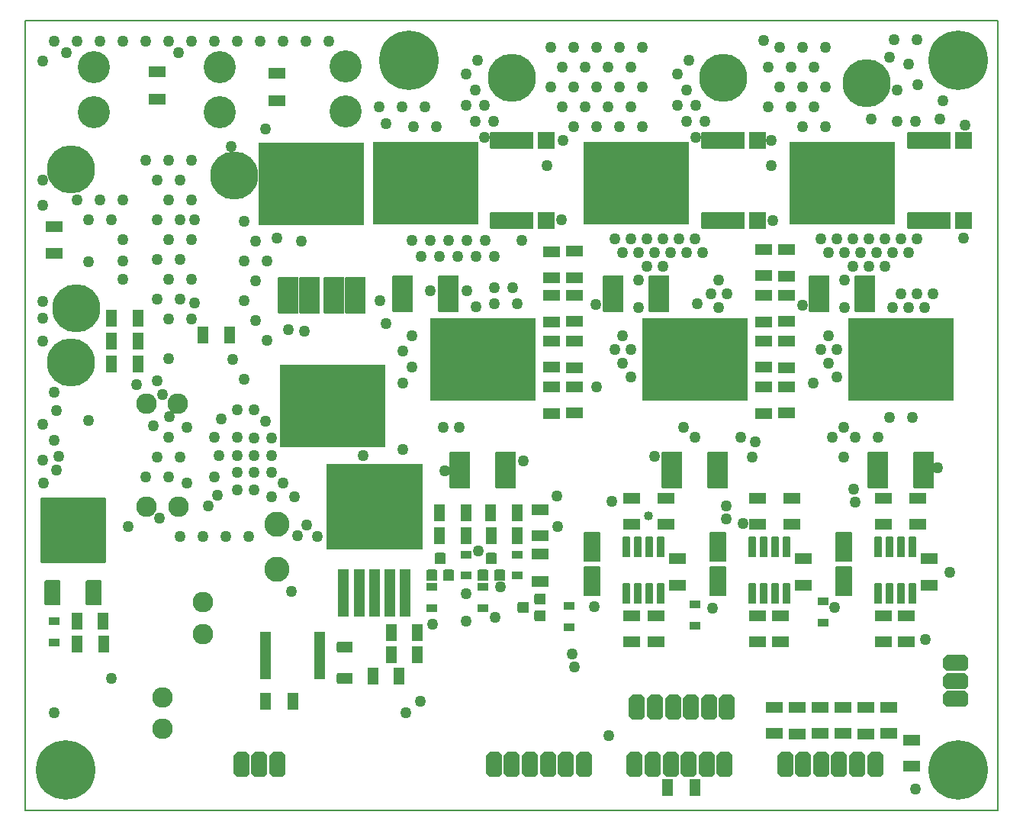
<source format=gbr>
G04 PROTEUS GERBER X2 FILE*
%TF.GenerationSoftware,Labcenter,Proteus,8.7-SP3-Build25561*%
%TF.CreationDate,2021-07-04T19:39:20+00:00*%
%TF.FileFunction,Soldermask,Top*%
%TF.FilePolarity,Negative*%
%TF.Part,Single*%
%TF.SameCoordinates,{804bfe34-88de-486f-8887-f5b9ed786e22}*%
%FSLAX45Y45*%
%MOMM*%
G01*
%TA.AperFunction,Material*%
%ADD55C,1.270000*%
%ADD56C,1.016000*%
%AMPPAD051*
4,1,36,
2.413000,0.825500,
2.413000,-0.825500,
2.410470,-0.851470,
2.403200,-0.875480,
2.391650,-0.897080,
2.376290,-0.915790,
2.357570,-0.931150,
2.335980,-0.942700,
2.311970,-0.949970,
2.286000,-0.952500,
-2.286000,-0.952500,
-2.311970,-0.949970,
-2.335980,-0.942700,
-2.357570,-0.931150,
-2.376290,-0.915790,
-2.391650,-0.897080,
-2.403200,-0.875480,
-2.410470,-0.851470,
-2.413000,-0.825500,
-2.413000,0.825500,
-2.410470,0.851470,
-2.403200,0.875480,
-2.391650,0.897080,
-2.376290,0.915790,
-2.357570,0.931150,
-2.335980,0.942700,
-2.311970,0.949970,
-2.286000,0.952500,
2.286000,0.952500,
2.311970,0.949970,
2.335980,0.942700,
2.357570,0.931150,
2.376290,0.915790,
2.391650,0.897080,
2.403200,0.875480,
2.410470,0.851470,
2.413000,0.825500,
0*%
%TA.AperFunction,Material*%
%ADD57PPAD051*%
%AMPPAD052*
4,1,36,
0.952500,0.825500,
0.952500,-0.825500,
0.949970,-0.851470,
0.942700,-0.875480,
0.931150,-0.897080,
0.915790,-0.915790,
0.897070,-0.931150,
0.875480,-0.942700,
0.851470,-0.949970,
0.825500,-0.952500,
-0.825500,-0.952500,
-0.851470,-0.949970,
-0.875480,-0.942700,
-0.897070,-0.931150,
-0.915790,-0.915790,
-0.931150,-0.897080,
-0.942700,-0.875480,
-0.949970,-0.851470,
-0.952500,-0.825500,
-0.952500,0.825500,
-0.949970,0.851470,
-0.942700,0.875480,
-0.931150,0.897080,
-0.915790,0.915790,
-0.897070,0.931150,
-0.875480,0.942700,
-0.851470,0.949970,
-0.825500,0.952500,
0.825500,0.952500,
0.851470,0.949970,
0.875480,0.942700,
0.897070,0.931150,
0.915790,0.915790,
0.931150,0.897080,
0.942700,0.875480,
0.949970,0.851470,
0.952500,0.825500,
0*%
%ADD58PPAD052*%
%TA.AperFunction,Material*%
%ADD59C,5.334000*%
%AMPPAD054*
4,1,36,
-3.492500,3.619500,
3.492500,3.619500,
3.518470,3.616970,
3.542480,3.609700,
3.564080,3.598150,
3.582790,3.582790,
3.598150,3.564070,
3.609700,3.542480,
3.616970,3.518470,
3.619500,3.492500,
3.619500,-3.492500,
3.616970,-3.518470,
3.609700,-3.542480,
3.598150,-3.564070,
3.582790,-3.582790,
3.564080,-3.598150,
3.542480,-3.609700,
3.518470,-3.616970,
3.492500,-3.619500,
-3.492500,-3.619500,
-3.518470,-3.616970,
-3.542480,-3.609700,
-3.564080,-3.598150,
-3.582790,-3.582790,
-3.598150,-3.564070,
-3.609700,-3.542480,
-3.616970,-3.518470,
-3.619500,-3.492500,
-3.619500,3.492500,
-3.616970,3.518470,
-3.609700,3.542480,
-3.598150,3.564070,
-3.582790,3.582790,
-3.564080,3.598150,
-3.542480,3.609700,
-3.518470,3.616970,
-3.492500,3.619500,
0*%
%TA.AperFunction,Material*%
%ADD60PPAD054*%
%AMPPAD055*
4,1,36,
-0.762000,1.397000,
0.762000,1.397000,
0.787970,1.394470,
0.811980,1.387200,
0.833580,1.375650,
0.852290,1.360290,
0.867650,1.341570,
0.879200,1.319980,
0.886470,1.295970,
0.889000,1.270000,
0.889000,-1.270000,
0.886470,-1.295970,
0.879200,-1.319980,
0.867650,-1.341570,
0.852290,-1.360290,
0.833580,-1.375650,
0.811980,-1.387200,
0.787970,-1.394470,
0.762000,-1.397000,
-0.762000,-1.397000,
-0.787970,-1.394470,
-0.811980,-1.387200,
-0.833580,-1.375650,
-0.852290,-1.360290,
-0.867650,-1.341570,
-0.879200,-1.319980,
-0.886470,-1.295970,
-0.889000,-1.270000,
-0.889000,1.270000,
-0.886470,1.295970,
-0.879200,1.319980,
-0.867650,1.341570,
-0.852290,1.360290,
-0.833580,1.375650,
-0.811980,1.387200,
-0.787970,1.394470,
-0.762000,1.397000,
0*%
%ADD61PPAD055*%
%AMPPAD056*
4,1,36,
0.571500,0.317500,
0.571500,-0.317500,
0.568970,-0.343470,
0.561700,-0.367480,
0.550150,-0.389080,
0.534790,-0.407790,
0.516070,-0.423150,
0.494480,-0.434700,
0.470470,-0.441970,
0.444500,-0.444500,
-0.444500,-0.444500,
-0.470470,-0.441970,
-0.494480,-0.434700,
-0.516070,-0.423150,
-0.534790,-0.407790,
-0.550150,-0.389080,
-0.561700,-0.367480,
-0.568970,-0.343470,
-0.571500,-0.317500,
-0.571500,0.317500,
-0.568970,0.343470,
-0.561700,0.367480,
-0.550150,0.389080,
-0.534790,0.407790,
-0.516070,0.423150,
-0.494480,0.434700,
-0.470470,0.441970,
-0.444500,0.444500,
0.444500,0.444500,
0.470470,0.441970,
0.494480,0.434700,
0.516070,0.423150,
0.534790,0.407790,
0.550150,0.389080,
0.561700,0.367480,
0.568970,0.343470,
0.571500,0.317500,
0*%
%TA.AperFunction,Material*%
%ADD62PPAD056*%
%AMPPAD057*
4,1,4,
-0.571500,0.901700,
0.571500,0.901700,
0.571500,-0.901700,
-0.571500,-0.901700,
-0.571500,0.901700,
0*%
%ADD63PPAD057*%
%AMPPAD058*
4,1,4,
-0.571500,2.603500,
0.571500,2.603500,
0.571500,-2.603500,
-0.571500,-2.603500,
-0.571500,2.603500,
0*%
%TA.AperFunction,Material*%
%ADD64PPAD058*%
%AMPPAD059*
4,1,4,
-5.372100,-4.775200,
-5.372100,4.775200,
5.372100,4.775200,
5.372100,-4.775200,
-5.372100,-4.775200,
0*%
%ADD65PPAD059*%
%AMPPAD060*
4,1,4,
0.596900,-2.654300,
-0.596900,-2.654300,
-0.596900,2.654300,
0.596900,2.654300,
0.596900,-2.654300,
0*%
%TA.AperFunction,Material*%
%ADD66PPAD060*%
%AMPPAD061*
4,1,36,
-0.889000,-0.444500,
-0.889000,0.444500,
-0.886470,0.470470,
-0.879200,0.494480,
-0.867650,0.516080,
-0.852290,0.534790,
-0.833570,0.550150,
-0.811980,0.561700,
-0.787970,0.568970,
-0.762000,0.571500,
0.762000,0.571500,
0.787970,0.568970,
0.811980,0.561700,
0.833570,0.550150,
0.852290,0.534790,
0.867650,0.516080,
0.879200,0.494480,
0.886470,0.470470,
0.889000,0.444500,
0.889000,-0.444500,
0.886470,-0.470470,
0.879200,-0.494480,
0.867650,-0.516080,
0.852290,-0.534790,
0.833570,-0.550150,
0.811980,-0.561700,
0.787970,-0.568970,
0.762000,-0.571500,
-0.762000,-0.571500,
-0.787970,-0.568970,
-0.811980,-0.561700,
-0.833570,-0.550150,
-0.852290,-0.534790,
-0.867650,-0.516080,
-0.879200,-0.494480,
-0.886470,-0.470470,
-0.889000,-0.444500,
0*%
%ADD67PPAD061*%
%AMPPAD062*
4,1,4,
0.901700,0.571500,
0.901700,-0.571500,
-0.901700,-0.571500,
-0.901700,0.571500,
0.901700,0.571500,
0*%
%ADD68PPAD062*%
%AMPPAD063*
4,1,36,
0.317500,-1.143000,
-0.317500,-1.143000,
-0.343470,-1.140470,
-0.367480,-1.133200,
-0.389080,-1.121650,
-0.407790,-1.106290,
-0.423150,-1.087570,
-0.434700,-1.065980,
-0.441970,-1.041970,
-0.444500,-1.016000,
-0.444500,1.016000,
-0.441970,1.041970,
-0.434700,1.065980,
-0.423150,1.087570,
-0.407790,1.106290,
-0.389080,1.121650,
-0.367480,1.133200,
-0.343470,1.140470,
-0.317500,1.143000,
0.317500,1.143000,
0.343470,1.140470,
0.367480,1.133200,
0.389080,1.121650,
0.407790,1.106290,
0.423150,1.087570,
0.434700,1.065980,
0.441970,1.041970,
0.444500,1.016000,
0.444500,-1.016000,
0.441970,-1.041970,
0.434700,-1.065980,
0.423150,-1.087570,
0.407790,-1.106290,
0.389080,-1.121650,
0.367480,-1.133200,
0.343470,-1.140470,
0.317500,-1.143000,
0*%
%TA.AperFunction,Material*%
%ADD69PPAD063*%
%AMPPAD064*
4,1,36,
-0.825500,1.651000,
0.825500,1.651000,
0.851470,1.648470,
0.875480,1.641200,
0.897080,1.629650,
0.915790,1.614290,
0.931150,1.595570,
0.942700,1.573980,
0.949970,1.549970,
0.952500,1.524000,
0.952500,-1.524000,
0.949970,-1.549970,
0.942700,-1.573980,
0.931150,-1.595570,
0.915790,-1.614290,
0.897080,-1.629650,
0.875480,-1.641200,
0.851470,-1.648470,
0.825500,-1.651000,
-0.825500,-1.651000,
-0.851470,-1.648470,
-0.875480,-1.641200,
-0.897080,-1.629650,
-0.915790,-1.614290,
-0.931150,-1.595570,
-0.942700,-1.573980,
-0.949970,-1.549970,
-0.952500,-1.524000,
-0.952500,1.524000,
-0.949970,1.549970,
-0.942700,1.573980,
-0.931150,1.595570,
-0.915790,1.614290,
-0.897080,1.629650,
-0.875480,1.641200,
-0.851470,1.648470,
-0.825500,1.651000,
0*%
%TA.AperFunction,Material*%
%ADD74PPAD064*%
%AMPPAD065*
4,1,36,
0.444500,-0.635000,
-0.444500,-0.635000,
-0.470470,-0.632470,
-0.494480,-0.625200,
-0.516080,-0.613650,
-0.534790,-0.598290,
-0.550150,-0.579570,
-0.561700,-0.557980,
-0.568970,-0.533970,
-0.571500,-0.508000,
-0.571500,0.508000,
-0.568970,0.533970,
-0.561700,0.557980,
-0.550150,0.579570,
-0.534790,0.598290,
-0.516080,0.613650,
-0.494480,0.625200,
-0.470470,0.632470,
-0.444500,0.635000,
0.444500,0.635000,
0.470470,0.632470,
0.494480,0.625200,
0.516080,0.613650,
0.534790,0.598290,
0.550150,0.579570,
0.561700,0.557980,
0.568970,0.533970,
0.571500,0.508000,
0.571500,-0.508000,
0.568970,-0.533970,
0.561700,-0.557980,
0.550150,-0.579570,
0.534790,-0.598290,
0.516080,-0.613650,
0.494480,-0.625200,
0.470470,-0.632470,
0.444500,-0.635000,
0*%
%TA.AperFunction,Material*%
%ADD75PPAD065*%
%AMPPAD066*
4,1,36,
0.635000,0.444500,
0.635000,-0.444500,
0.632470,-0.470470,
0.625200,-0.494480,
0.613650,-0.516080,
0.598290,-0.534790,
0.579570,-0.550150,
0.557980,-0.561700,
0.533970,-0.568970,
0.508000,-0.571500,
-0.508000,-0.571500,
-0.533970,-0.568970,
-0.557980,-0.561700,
-0.579570,-0.550150,
-0.598290,-0.534790,
-0.613650,-0.516080,
-0.625200,-0.494480,
-0.632470,-0.470470,
-0.635000,-0.444500,
-0.635000,0.444500,
-0.632470,0.470470,
-0.625200,0.494480,
-0.613650,0.516080,
-0.598290,0.534790,
-0.579570,0.550150,
-0.557980,0.561700,
-0.533970,0.568970,
-0.508000,0.571500,
0.508000,0.571500,
0.533970,0.568970,
0.557980,0.561700,
0.579570,0.550150,
0.598290,0.534790,
0.613650,0.516080,
0.625200,0.494480,
0.632470,0.470470,
0.635000,0.444500,
0*%
%ADD76PPAD066*%
%AMPPAD067*
4,1,8,
-1.397000,-0.509800,
-1.397000,0.509800,
-1.017800,0.889000,
1.017800,0.889000,
1.397000,0.509800,
1.397000,-0.509800,
1.017800,-0.889000,
-1.017800,-0.889000,
-1.397000,-0.509800,
0*%
%ADD77PPAD067*%
%AMPPAD068*
4,1,8,
-0.509800,1.397000,
0.509800,1.397000,
0.889000,1.017800,
0.889000,-1.017800,
0.509800,-1.397000,
-0.509800,-1.397000,
-0.889000,-1.017800,
-0.889000,1.017800,
-0.509800,1.397000,
0*%
%TA.AperFunction,Material*%
%ADD78PPAD068*%
%TA.AperFunction,Material*%
%ADD79C,3.556000*%
%TA.AperFunction,Material*%
%ADD80C,6.604000*%
%TA.AperFunction,Material*%
%ADD81C,2.794000*%
%AMPPAD072*
4,1,36,
5.715000,-4.572000,
-5.715000,-4.572000,
-5.740970,-4.569470,
-5.764980,-4.562200,
-5.786580,-4.550650,
-5.805290,-4.535290,
-5.820650,-4.516570,
-5.832200,-4.494980,
-5.839470,-4.470970,
-5.842000,-4.445000,
-5.842000,4.445000,
-5.839470,4.470970,
-5.832200,4.494980,
-5.820650,4.516570,
-5.805290,4.535290,
-5.786580,4.550650,
-5.764980,4.562200,
-5.740970,4.569470,
-5.715000,4.572000,
5.715000,4.572000,
5.740970,4.569470,
5.764980,4.562200,
5.786580,4.550650,
5.805290,4.535290,
5.820650,4.516570,
5.832200,4.494980,
5.839470,4.470970,
5.842000,4.445000,
5.842000,-4.445000,
5.839470,-4.470970,
5.832200,-4.494980,
5.820650,-4.516570,
5.805290,-4.535290,
5.786580,-4.550650,
5.764980,-4.562200,
5.740970,-4.569470,
5.715000,-4.572000,
0*%
%TA.AperFunction,Material*%
%ADD82PPAD072*%
%AMPPAD073*
4,1,36,
1.016000,-2.032000,
-1.016000,-2.032000,
-1.041970,-2.029470,
-1.065980,-2.022200,
-1.087580,-2.010650,
-1.106290,-1.995290,
-1.121650,-1.976570,
-1.133200,-1.954980,
-1.140470,-1.930970,
-1.143000,-1.905000,
-1.143000,1.905000,
-1.140470,1.930970,
-1.133200,1.954980,
-1.121650,1.976570,
-1.106290,1.995290,
-1.087580,2.010650,
-1.065980,2.022200,
-1.041970,2.029470,
-1.016000,2.032000,
1.016000,2.032000,
1.041970,2.029470,
1.065980,2.022200,
1.087580,2.010650,
1.106290,1.995290,
1.121650,1.976570,
1.133200,1.954980,
1.140470,1.930970,
1.143000,1.905000,
1.143000,-1.905000,
1.140470,-1.930970,
1.133200,-1.954980,
1.121650,-1.976570,
1.106290,-1.995290,
1.087580,-2.010650,
1.065980,-2.022200,
1.041970,-2.029470,
1.016000,-2.032000,
0*%
%ADD83PPAD073*%
%TA.AperFunction,Material*%
%ADD84C,2.286000*%
%TA.AperFunction,Profile*%
%ADD42C,0.203200*%
%TD.AperFunction*%
D55*
X+3225800Y+1174750D03*
X+3479800Y+1174750D03*
X+5257800Y+1174750D03*
X+5511800Y+1174750D03*
X+5765800Y+1174750D03*
X+7543800Y+1174750D03*
X+7797800Y+1174750D03*
X+3098800Y+1394720D03*
X+3352800Y+1394720D03*
X+4876800Y+1394720D03*
X+5130800Y+1394720D03*
X+5384800Y+1394720D03*
X+5638800Y+1394720D03*
X+7162800Y+1394720D03*
X+7416800Y+1394720D03*
X+7670800Y+1394720D03*
X+4749800Y+1614690D03*
X+5003800Y+1614690D03*
X+5257800Y+1614690D03*
X+5511800Y+1614690D03*
X+5765800Y+1614690D03*
X+7289800Y+1614690D03*
X+7543800Y+1614690D03*
X+7797800Y+1614690D03*
X+4876800Y+1834660D03*
X+5130800Y+1834660D03*
X+5384800Y+1834660D03*
X+5638800Y+1834660D03*
X+7162800Y+1834660D03*
X+7416800Y+1834660D03*
X+7670800Y+1834660D03*
X+4749800Y+2054630D03*
X+5003800Y+2054630D03*
X+5257800Y+2054630D03*
X+5511800Y+2054630D03*
X+5765800Y+2054630D03*
X+7289800Y+2054630D03*
X+7543800Y+2054630D03*
X+7797800Y+2054630D03*
X+3213100Y-1497654D03*
X+3111500Y-1321678D03*
X+3213100Y-1145702D03*
X+4127500Y-617774D03*
X+4330700Y-617774D03*
X+3314700Y-265822D03*
X+3517900Y-265822D03*
X+3721100Y-265822D03*
X+3924300Y-265822D03*
X+4127500Y-265822D03*
X+3213100Y-89846D03*
X+3416300Y-89846D03*
X+3619500Y-89846D03*
X+3822700Y-89846D03*
X+4025900Y-89846D03*
X+4432300Y-89846D03*
X+4013200Y+1052310D03*
X+3911600Y+1228286D03*
X+4114800Y+1228286D03*
X+3810000Y+1404262D03*
X+4013200Y+1404262D03*
X+3911600Y+1580238D03*
X+3810000Y+1756214D03*
X+3937000Y+1905000D03*
X+8597900Y+1228286D03*
X+8801100Y+1228286D03*
X+8597900Y+1580238D03*
X+8724900Y+1866900D03*
X+6363969Y+1052310D03*
X+6262369Y+1228286D03*
X+6465569Y+1228286D03*
X+6160769Y+1404262D03*
X+6363969Y+1404262D03*
X+6262369Y+1580238D03*
X+6160769Y+1756214D03*
X+6286500Y+1905000D03*
X+3111500Y-1673630D03*
X+4127500Y-793750D03*
X+4381500Y-793750D03*
X+5003800Y+1174750D03*
X-127000Y-4953000D03*
X+1870921Y-3983646D03*
X+1599186Y-1195100D03*
X+1472186Y-975130D03*
X+1345186Y-755160D03*
X+1472186Y-535190D03*
X+1345186Y-315220D03*
X+1599186Y-315220D03*
X+1472186Y-95250D03*
X+1345186Y+124720D03*
X+1714500Y-63500D03*
X+1206500Y+952500D03*
X+1587500Y+1143000D03*
X-876300Y-2781300D03*
X-889000Y-2526810D03*
X-762000Y-2306840D03*
X-889000Y-2133600D03*
X-381000Y-2086870D03*
X-762000Y-1778000D03*
X-736600Y-1981200D03*
X-889000Y-1206990D03*
X-889000Y-952500D03*
X-889000Y-767050D03*
X-381000Y-327110D03*
X+2844800Y+1394720D03*
X+8305800Y+1257545D03*
X+9067800Y+1257545D03*
X+8509000Y+1943100D03*
X+8559800Y+2137425D03*
X+8813800Y+2137425D03*
D56*
X+5837110Y-3144357D03*
D55*
X+2921000Y+1206500D03*
X+4191000Y-3937000D03*
X+3811743Y-4009908D03*
X+3810000Y-4318000D03*
X+2921000Y-1016000D03*
X+635000Y-3378275D03*
X+889000Y-3378275D03*
X+1143000Y-3378275D03*
X+1397000Y-3378275D03*
X+1943100Y-3365500D03*
X+2159000Y-3378275D03*
X+63500Y-3263900D03*
X+406400Y-3175000D03*
X+1651000Y-2667000D03*
X+1651000Y-2286000D03*
X+1460500Y-2476500D03*
X+952500Y-3035300D03*
X+508000Y-2718365D03*
X+1460500Y-2857500D03*
X+1460500Y-2667000D03*
X+1651000Y-2476500D03*
X+381000Y-2498395D03*
X+381000Y-1651000D03*
X+1270000Y-2476500D03*
X+1270000Y-2667000D03*
X+3111500Y-2413000D03*
X+4445000Y-2540000D03*
X+6985000Y-2498395D03*
X+152400Y-1689100D03*
X+342900Y-2146300D03*
X+508000Y-2278425D03*
X+1016000Y-2278425D03*
X+1270000Y-2278425D03*
X+1270000Y-2857500D03*
X+1270000Y-1968500D03*
X+1460500Y-1968500D03*
X+1460500Y-2286000D03*
X+6858000Y-2278425D03*
X+444500Y-1803400D03*
X+1587500Y-2095500D03*
X+508000Y-1398545D03*
X+508000Y-958605D03*
X+762000Y-958605D03*
X+381000Y-738635D03*
X+635000Y-738635D03*
X+0Y-518665D03*
X+508000Y-518665D03*
X+762000Y-518665D03*
X+381000Y-298695D03*
X+635000Y-298695D03*
X+0Y-78725D03*
X+508000Y-78725D03*
X+762000Y-78725D03*
X-381000Y+141245D03*
X-127000Y+141245D03*
X+381000Y+141245D03*
X+635000Y+141245D03*
X-508000Y+361215D03*
X-254000Y+361215D03*
X+0Y+361215D03*
X+508000Y+361215D03*
X+762000Y+361215D03*
X-889000Y+581185D03*
X+381000Y+581185D03*
X+635000Y+581185D03*
X+254000Y+801155D03*
X+508000Y+801155D03*
X+762000Y+801155D03*
X-889000Y+1901005D03*
X-762000Y+2120975D03*
X-508000Y+2120975D03*
X-254000Y+2120975D03*
X+0Y+2120975D03*
X+254000Y+2120975D03*
X+508000Y+2120975D03*
X+762000Y+2120975D03*
X+1016000Y+2120975D03*
X+1270000Y+2120975D03*
X+1524000Y+2120975D03*
X+1778000Y+2120975D03*
X+2032000Y+2120975D03*
X+2286000Y+2120975D03*
X+4826045Y-3267760D03*
X+5397500Y-5588000D03*
X+2667000Y-2476500D03*
X+3576345Y-2643122D03*
X+7543800Y-812800D03*
X+8127850Y-2993866D03*
X+4818888Y-2925288D03*
X+5249412Y-804176D03*
X+6696244Y-3035770D03*
X+5257800Y-1714500D03*
X+5905500Y-2489200D03*
X+6698805Y-3180794D03*
X-736600Y-2641600D03*
X+1054100Y-2921000D03*
X+1651000Y-2938335D03*
X+1905000Y-2938335D03*
X+254000Y-2718365D03*
X+1016000Y-2718365D03*
X+520700Y-2044700D03*
X+635000Y-2498395D03*
X+8001000Y-2498395D03*
X+6350000Y-2278425D03*
X+7874000Y-2278425D03*
X+8128000Y-2278425D03*
X+8382000Y-2278425D03*
X+8509000Y-2058455D03*
X+8763000Y-2058455D03*
X+1345186Y-1635040D03*
X+1218186Y-1415070D03*
X+1980186Y-95250D03*
X+3944752Y-3532550D03*
X+3924300Y-823914D03*
X+3416300Y-647938D03*
X+3822700Y-647938D03*
X+7924800Y-1608885D03*
X+7835900Y-1454906D03*
X+7747000Y-1300927D03*
X+7924800Y-1300927D03*
X+7835900Y-1146948D03*
X+8013700Y-838990D03*
X+8547100Y-838990D03*
X+8724900Y-838990D03*
X+8902700Y-838990D03*
X+8636000Y-685011D03*
X+8813800Y-685011D03*
X+8991600Y-685011D03*
X+8013700Y-531032D03*
X+8102600Y-377053D03*
X+8280400Y-377053D03*
X+8458200Y-377053D03*
X+7835900Y-223074D03*
X+8013700Y-223074D03*
X+8191500Y-223074D03*
X+8369300Y-223074D03*
X+8547100Y-223074D03*
X+8724900Y-223074D03*
X+7747000Y-69095D03*
X+7924800Y-69095D03*
X+8102600Y-69095D03*
X+8280400Y-69095D03*
X+8458200Y-69095D03*
X+8636000Y-69095D03*
X+8813800Y-69095D03*
X+5638800Y-1608885D03*
X+5549900Y-1454906D03*
X+5461000Y-1300927D03*
X+5638800Y-1300927D03*
X+5549900Y-1146948D03*
X+5727700Y-838990D03*
X+6616700Y-838990D03*
X+6527800Y-685011D03*
X+6705600Y-685011D03*
X+5727700Y-531032D03*
X+6616700Y-531032D03*
X+5816600Y-377053D03*
X+5994400Y-377053D03*
X+5549900Y-223074D03*
X+5727700Y-223074D03*
X+5905500Y-223074D03*
X+6083300Y-223074D03*
X+6261100Y-223074D03*
X+6438900Y-223074D03*
X+5461000Y-69095D03*
X+5638800Y-69095D03*
X+5816600Y-69095D03*
X+5994400Y-69095D03*
X+6172200Y-69095D03*
X+6350000Y-69095D03*
X+2044700Y-3246294D03*
X+1092200Y-2070100D03*
X+711200Y-2784357D03*
X+1778000Y-2784357D03*
X+1066800Y-2476399D03*
X+7023100Y-2322420D03*
X+711200Y-2168441D03*
X+3556000Y-2168441D03*
X+3733800Y-2168441D03*
X+6223000Y-2168441D03*
X+8001000Y-2168441D03*
X+800100Y-782630D03*
X+0Y-320693D03*
X+800100Y+141244D03*
X-889000Y+295223D03*
X-622300Y+1988992D03*
X+622300Y+1988992D03*
X+4711700Y+738213D03*
X+7200900Y+738213D03*
X+7112000Y+2124024D03*
X-711200Y-2482816D03*
X+8826500Y+1638300D03*
X+9105900Y+1460500D03*
X+3302000Y-5207000D03*
X+4993399Y-4680922D03*
X+3145817Y-5333103D03*
X+5016500Y-4826000D03*
D56*
X+9333632Y-69289D03*
D55*
X+4886261Y+1021029D03*
X+4871017Y+140309D03*
X+7200900Y+1016000D03*
X+7216360Y+129270D03*
X+9334500Y-68421D03*
X+9347586Y+1185531D03*
X+5236283Y-4151453D03*
X+8910308Y-4517090D03*
X+9181462Y-3777221D03*
X+3442985Y-4350015D03*
X+4137486Y-4269464D03*
X+1841500Y-1079500D03*
X+2014205Y-1094840D03*
X+5431385Y-2982601D03*
X+2857500Y-762000D03*
X+7664736Y-1676863D03*
X+8118219Y-2853714D03*
X+6883138Y-3230089D03*
X+6375400Y-793750D03*
X+8802625Y-6177544D03*
X-762000Y-5334000D03*
X+9045099Y-2613401D03*
X+6545826Y-4172006D03*
X+7905430Y-4163419D03*
D57*
X+6667500Y+1016000D03*
X+6667500Y+127000D03*
D58*
X+7048500Y+127000D03*
X+7048500Y+1016000D03*
D57*
X+8953500Y+1016000D03*
X+8953500Y+127000D03*
D58*
X+9334500Y+127000D03*
X+9334500Y+1016000D03*
D57*
X+4318000Y+1016000D03*
X+4318000Y+127000D03*
D58*
X+4699000Y+127000D03*
X+4699000Y+1016000D03*
D59*
X+4318000Y+1714500D03*
X+6667500Y+1714500D03*
X+8255000Y+1651000D03*
D60*
X-546100Y-3309620D03*
D61*
X-774700Y-4000500D03*
X-317500Y-4000500D03*
D62*
X-762000Y-4553000D03*
X-762000Y-4318050D03*
D63*
X-508000Y-4318000D03*
X-218000Y-4318000D03*
D64*
X+2453640Y-4000500D03*
X+2623820Y-4000500D03*
X+2794000Y-4000500D03*
X+2964180Y-4000500D03*
X+3134360Y-4000500D03*
D65*
X+2794000Y-3048000D03*
D66*
X+2187500Y-4699000D03*
X+1587500Y-4699000D03*
D67*
X+2469837Y-4946337D03*
X+2469837Y-4606337D03*
D63*
X-508000Y-4572000D03*
X-208000Y-4572000D03*
X+3274500Y-4445000D03*
X+2984500Y-4445000D03*
X+173000Y-1460500D03*
X-127000Y-1460500D03*
X+173000Y-952500D03*
X-127000Y-952500D03*
X+173000Y-1206500D03*
X-127000Y-1206500D03*
D68*
X+381000Y+1778000D03*
X+381000Y+1478000D03*
X+1714500Y+1760500D03*
X+1714500Y+1460500D03*
D63*
X+889000Y-1143000D03*
X+1189000Y-1143000D03*
D59*
X-571500Y+698500D03*
X-571500Y-1447800D03*
D63*
X+1887500Y-5207000D03*
X+1587500Y-5207000D03*
D68*
X+6032500Y-2948500D03*
X+6032500Y-3238500D03*
X+5651500Y-2948500D03*
X+5651500Y-3238500D03*
D69*
X+5588000Y-4013200D03*
X+5715000Y-4013200D03*
X+5842000Y-4013200D03*
X+5969000Y-4013200D03*
X+5969000Y-3492500D03*
X+5842000Y-3492500D03*
X+5715000Y-3492500D03*
X+5588000Y-3492500D03*
X+6985000Y-4013200D03*
X+7112000Y-4013200D03*
X+7239000Y-4013200D03*
X+7366000Y-4013200D03*
X+7366000Y-3492500D03*
X+7239000Y-3492500D03*
X+7112000Y-3492500D03*
X+6985000Y-3492500D03*
X+8382000Y-4013200D03*
X+8509000Y-4013200D03*
X+8636000Y-4013200D03*
X+8763000Y-4013200D03*
X+8763000Y-3492500D03*
X+8636000Y-3492500D03*
X+8509000Y-3492500D03*
X+8382000Y-3492500D03*
D68*
X+7048500Y-2948500D03*
X+7048500Y-3238500D03*
D74*
X+5207000Y-3492500D03*
X+5207000Y-3873500D03*
X+6604000Y-3492500D03*
X+6604000Y-3873500D03*
X+8001000Y-3492500D03*
X+8001000Y-3873500D03*
D62*
X+4953000Y-4381500D03*
X+4953000Y-4146550D03*
X+6350000Y-4362450D03*
X+6350000Y-4127500D03*
X+7778750Y-4330700D03*
X+7778750Y-4095750D03*
D68*
X+6159500Y-3619500D03*
X+6159500Y-3919500D03*
X+7556500Y-3619500D03*
X+7556500Y-3919500D03*
X+8953500Y-3619500D03*
X+8953500Y-3919500D03*
X+7429500Y-2948500D03*
X+7429500Y-3238500D03*
X+8445500Y-2948500D03*
X+8445500Y-3238500D03*
X+8826500Y-2948500D03*
X+8826500Y-3238500D03*
X+5651500Y-4544500D03*
X+5651500Y-4254500D03*
X+5923000Y-4544500D03*
X+5923000Y-4254500D03*
X+7048500Y-4544500D03*
X+7048500Y-4254500D03*
X+5016500Y-698500D03*
X+5016500Y-988500D03*
X+4762500Y-218000D03*
X+4762500Y-508000D03*
X+5016500Y-1714500D03*
X+5016500Y-2004500D03*
X+4762500Y-1206500D03*
X+4762500Y-1496500D03*
X+5016500Y-208000D03*
X+5016500Y-508000D03*
X+4762500Y-698500D03*
X+4762500Y-998500D03*
X+5016500Y-1206500D03*
X+5016500Y-1506500D03*
X+4762500Y-1714500D03*
X+4762500Y-2014500D03*
X+7366000Y-190500D03*
X+7366000Y-490500D03*
X+7112000Y-698500D03*
X+7112000Y-998500D03*
X+7366000Y-1206500D03*
X+7366000Y-1506500D03*
X+7112000Y-1714500D03*
X+7112000Y-2014500D03*
X+7366000Y-698500D03*
X+7366000Y-988500D03*
X+7112000Y-190500D03*
X+7112000Y-480500D03*
X+7366000Y-1714500D03*
X+7366000Y-2004500D03*
X+7112000Y-1206500D03*
X+7112000Y-1496500D03*
D75*
X+3522980Y-3619500D03*
X+3429000Y-3810000D03*
X+3616960Y-3810000D03*
X+4094480Y-3619500D03*
X+4000500Y-3810000D03*
X+4188460Y-3810000D03*
D76*
X+4445000Y-4160520D03*
X+4635500Y-4254500D03*
X+4635500Y-4066540D03*
D62*
X+3810000Y-3575050D03*
X+3810000Y-3810000D03*
X+3429000Y-3937000D03*
X+3429000Y-4171950D03*
X+4381500Y-3575050D03*
X+4381500Y-3810000D03*
X+4000500Y-3937000D03*
X+4000500Y-4171950D03*
D63*
X+3520000Y-3365500D03*
X+3810000Y-3365500D03*
X+3520000Y-3111500D03*
X+3810000Y-3111500D03*
X+4381500Y-3365500D03*
X+4091500Y-3365500D03*
D68*
X+4635500Y-3075500D03*
X+4635500Y-3365500D03*
X+4635500Y-3873500D03*
X+4635500Y-3573500D03*
D63*
X+4381500Y-3111500D03*
X+4081500Y-3111500D03*
D68*
X+8699500Y-4544500D03*
X+8699500Y-4254500D03*
D63*
X+6350000Y-6159500D03*
X+6050000Y-6159500D03*
D68*
X+8245500Y-5570500D03*
X+8245500Y-5270500D03*
X+7483500Y-5570499D03*
X+7483500Y-5270500D03*
X-762000Y+63500D03*
X-762000Y-236500D03*
D77*
X+9245600Y-5181500D03*
X+9245600Y-4981500D03*
X+9245600Y-4781500D03*
D68*
X+7302500Y-4544500D03*
X+7302500Y-4254500D03*
X+8445500Y-4544500D03*
X+8445500Y-4254500D03*
X+8753500Y-5635301D03*
X+8753500Y-5925301D03*
X+7991500Y-5270500D03*
X+7991500Y-5560500D03*
X+7737500Y-5270500D03*
X+7737500Y-5560500D03*
X+8499500Y-5270500D03*
X+8499500Y-5560500D03*
X+7229500Y-5270500D03*
X+7229500Y-5560500D03*
D78*
X+8356500Y-5905500D03*
X+8156500Y-5905500D03*
X+7956500Y-5905500D03*
X+7756500Y-5905500D03*
X+7556500Y-5905500D03*
X+7356500Y-5905500D03*
D59*
X-510798Y-841109D03*
X+1240380Y+628303D03*
D79*
X+1079500Y+1333500D03*
X+1079500Y+1833500D03*
X-317500Y+1333500D03*
X-317500Y+1833500D03*
X+2476500Y+1337500D03*
X+2476500Y+1837500D03*
D80*
X+9271000Y+1905000D03*
X+3175000Y+1905000D03*
X+9271000Y-5969000D03*
X-635000Y-5969000D03*
D78*
X+4124500Y-5905500D03*
X+4324500Y-5905500D03*
X+4524500Y-5905500D03*
X+4724500Y-5905500D03*
X+4924500Y-5905500D03*
X+5124500Y-5905500D03*
X+5686500Y-5905500D03*
X+5886500Y-5905500D03*
X+6086500Y-5905500D03*
X+6286500Y-5905500D03*
X+6486500Y-5905500D03*
X+6686500Y-5905500D03*
X+5712000Y-5270500D03*
X+5912000Y-5270500D03*
X+6112000Y-5270500D03*
X+6312000Y-5270500D03*
X+6512000Y-5270500D03*
X+6712000Y-5270500D03*
X+1722731Y-5905500D03*
X+1522731Y-5905500D03*
X+1322731Y-5905500D03*
D81*
X+1714500Y-3738500D03*
X+1714500Y-3238500D03*
D82*
X+2332465Y-1930400D03*
D83*
X+2586465Y-698500D03*
X+2078465Y-698500D03*
D82*
X+2095500Y+533400D03*
D83*
X+1841500Y-698500D03*
X+2349500Y-698500D03*
D82*
X+3365500Y+546100D03*
D83*
X+3111500Y-685800D03*
X+3619500Y-685800D03*
D82*
X+4000500Y-1409700D03*
D83*
X+3746500Y-2641600D03*
X+4254500Y-2641600D03*
D82*
X+5702300Y+546100D03*
D83*
X+5448300Y-685800D03*
X+5956300Y-685800D03*
D82*
X+6350000Y-1409700D03*
D83*
X+6096000Y-2641600D03*
X+6604000Y-2641600D03*
D82*
X+7988300Y+546100D03*
D83*
X+7734300Y-685800D03*
X+8242300Y-685800D03*
D82*
X+8636000Y-1409700D03*
D83*
X+8382000Y-2641600D03*
X+8890000Y-2641600D03*
D63*
X+3274500Y-4686300D03*
X+2984500Y-4686300D03*
X+2781300Y-4927600D03*
X+3071300Y-4927600D03*
D84*
X+265500Y-1905000D03*
X+615500Y-1905000D03*
X+269500Y-3048000D03*
X+619500Y-3048000D03*
X+889000Y-4104900D03*
X+889000Y-4454900D03*
X+444500Y-5159000D03*
X+444500Y-5509000D03*
D42*
X-1079500Y-6413500D02*
X+9715500Y-6413500D01*
X+9715500Y+2349500D01*
X-1079500Y+2349500D01*
X-1079500Y-6413500D01*
M02*

</source>
